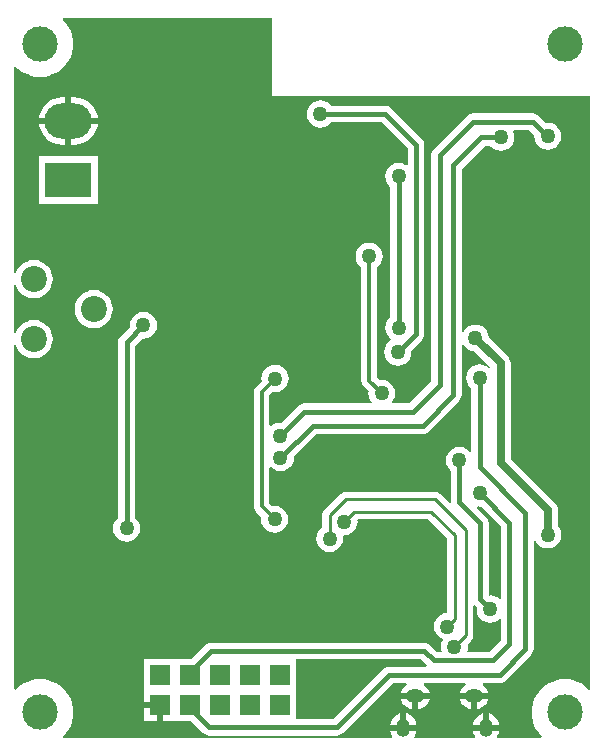
<source format=gbl>
G04 Layer_Physical_Order=2*
G04 Layer_Color=16711680*
%FSLAX44Y44*%
%MOMM*%
G71*
G01*
G75*
%ADD31C,0.4000*%
%ADD32C,0.7000*%
%ADD33C,0.2540*%
%ADD34C,0.3000*%
%ADD35R,1.7000X1.7000*%
%ADD36C,2.2000*%
%ADD37R,4.0000X3.0000*%
%ADD38O,4.0000X3.0000*%
%ADD39C,3.0000*%
%ADD40O,1.2000X1.5000*%
%ADD41O,1.5000X1.2000*%
%ADD42C,1.2700*%
G36*
X224080Y549760D02*
X494007D01*
Y47929D01*
X492737Y47403D01*
X490668Y49472D01*
X490251Y49751D01*
X489896Y50106D01*
X486128Y52623D01*
X485664Y52816D01*
X485247Y53095D01*
X481060Y54829D01*
X480568Y54927D01*
X480104Y55119D01*
X475660Y56003D01*
X475158D01*
X474665Y56101D01*
X470134D01*
X469642Y56003D01*
X469140D01*
X464696Y55119D01*
X464232Y54927D01*
X463740Y54829D01*
X459553Y53095D01*
X459136Y52816D01*
X458672Y52623D01*
X454904Y50106D01*
X454549Y49751D01*
X454132Y49472D01*
X450928Y46268D01*
X450649Y45851D01*
X450294Y45496D01*
X447776Y41728D01*
X447584Y41264D01*
X447305Y40847D01*
X445571Y36660D01*
X445474Y36168D01*
X445281Y35704D01*
X444397Y31260D01*
Y30758D01*
X444299Y30266D01*
Y25734D01*
X444397Y25242D01*
Y24740D01*
X445281Y20296D01*
X445474Y19832D01*
X445571Y19339D01*
X447305Y15153D01*
X447584Y14736D01*
X447776Y14272D01*
X450294Y10504D01*
X450649Y10149D01*
X450928Y9732D01*
X452997Y7663D01*
X452471Y6393D01*
X415516D01*
X414954Y7532D01*
X415331Y8023D01*
X416439Y10698D01*
X416685Y12570D01*
X394759D01*
X395005Y10698D01*
X396114Y8023D01*
X396490Y7532D01*
X395928Y6393D01*
X345412D01*
X344850Y7532D01*
X345227Y8023D01*
X346335Y10698D01*
X346581Y12570D01*
X324655D01*
X324901Y10698D01*
X326009Y8023D01*
X326386Y7532D01*
X325824Y6393D01*
X47929D01*
X47403Y7663D01*
X49472Y9732D01*
X49751Y10149D01*
X50106Y10504D01*
X52623Y14272D01*
X52816Y14736D01*
X53095Y15153D01*
X54829Y19339D01*
X54927Y19832D01*
X55119Y20296D01*
X56003Y24740D01*
Y25242D01*
X56101Y25734D01*
Y30266D01*
X56003Y30758D01*
Y31260D01*
X55119Y35704D01*
X54927Y36168D01*
X54829Y36660D01*
X53095Y40847D01*
X52816Y41264D01*
X52623Y41728D01*
X50106Y45496D01*
X49751Y45851D01*
X49472Y46268D01*
X46268Y49472D01*
X45851Y49751D01*
X45496Y50106D01*
X41728Y52623D01*
X41264Y52816D01*
X40847Y53095D01*
X36660Y54829D01*
X36168Y54927D01*
X35704Y55119D01*
X31260Y56003D01*
X30758D01*
X30266Y56101D01*
X25734D01*
X25242Y56003D01*
X24740D01*
X20296Y55119D01*
X19832Y54927D01*
X19339Y54829D01*
X15153Y53095D01*
X14736Y52816D01*
X14272Y52623D01*
X10504Y50106D01*
X10149Y49751D01*
X9732Y49472D01*
X7663Y47403D01*
X6393Y47929D01*
Y338962D01*
X7663Y339150D01*
X8006Y338017D01*
X9492Y335238D01*
X11492Y332802D01*
X13928Y330802D01*
X16707Y329316D01*
X19724Y328401D01*
X22860Y328093D01*
X25996Y328401D01*
X29013Y329316D01*
X31792Y330802D01*
X34228Y332802D01*
X36228Y335238D01*
X37714Y338017D01*
X38628Y341034D01*
X38937Y344170D01*
X38628Y347307D01*
X37714Y350323D01*
X36228Y353102D01*
X34228Y355538D01*
X31792Y357538D01*
X29013Y359024D01*
X25996Y359939D01*
X22860Y360247D01*
X19724Y359939D01*
X16707Y359024D01*
X13928Y357538D01*
X11492Y355538D01*
X9492Y353102D01*
X8006Y350323D01*
X7663Y349190D01*
X6393Y349378D01*
Y389762D01*
X7663Y389950D01*
X8006Y388817D01*
X9492Y386038D01*
X11492Y383601D01*
X13928Y381602D01*
X16707Y380116D01*
X19724Y379202D01*
X22860Y378893D01*
X25996Y379202D01*
X29013Y380116D01*
X31792Y381602D01*
X34228Y383601D01*
X36228Y386038D01*
X37714Y388817D01*
X38628Y391833D01*
X38937Y394970D01*
X38628Y398106D01*
X37714Y401123D01*
X36228Y403902D01*
X34228Y406339D01*
X31792Y408338D01*
X29013Y409824D01*
X25996Y410738D01*
X22860Y411047D01*
X19724Y410738D01*
X16707Y409824D01*
X13928Y408338D01*
X11492Y406339D01*
X9492Y403902D01*
X8006Y401123D01*
X7663Y399990D01*
X6393Y400178D01*
Y574251D01*
X7663Y574777D01*
X9732Y572708D01*
X10149Y572429D01*
X10504Y572074D01*
X14272Y569557D01*
X14736Y569364D01*
X15153Y569086D01*
X19339Y567351D01*
X19832Y567253D01*
X20296Y567061D01*
X24740Y566177D01*
X25242D01*
X25734Y566079D01*
X30266D01*
X30758Y566177D01*
X31260D01*
X35704Y567061D01*
X36168Y567253D01*
X36660Y567351D01*
X40847Y569086D01*
X41264Y569364D01*
X41728Y569557D01*
X45496Y572074D01*
X45851Y572429D01*
X46268Y572708D01*
X49472Y575912D01*
X49751Y576329D01*
X50106Y576684D01*
X52623Y580452D01*
X52816Y580916D01*
X53095Y581333D01*
X54829Y585519D01*
X54927Y586012D01*
X55119Y586476D01*
X56003Y590920D01*
Y591422D01*
X56101Y591914D01*
Y596446D01*
X56003Y596938D01*
Y597440D01*
X55119Y601884D01*
X54927Y602348D01*
X54829Y602840D01*
X53095Y607027D01*
X52816Y607444D01*
X52623Y607908D01*
X50106Y611676D01*
X49751Y612031D01*
X49472Y612448D01*
X47403Y614517D01*
X47929Y615787D01*
X224080D01*
Y549760D01*
D02*
G37*
%LPC*%
G36*
X57070Y548887D02*
X54570D01*
Y531290D01*
X76920D01*
X76781Y532711D01*
X75637Y536481D01*
X73780Y539955D01*
X71281Y543000D01*
X68235Y545500D01*
X64761Y547357D01*
X60991Y548501D01*
X57070Y548887D01*
D02*
G37*
G36*
X49570D02*
X47070D01*
X43149Y548501D01*
X39379Y547357D01*
X35905Y545500D01*
X32859Y543000D01*
X30360Y539955D01*
X28503Y536481D01*
X27359Y532711D01*
X27220Y531290D01*
X49570D01*
Y548887D01*
D02*
G37*
G36*
X76920Y526290D02*
X54570D01*
Y508693D01*
X57070D01*
X60991Y509079D01*
X64761Y510223D01*
X68235Y512080D01*
X71281Y514579D01*
X73780Y517625D01*
X75637Y521099D01*
X76781Y524869D01*
X76920Y526290D01*
D02*
G37*
G36*
X49570D02*
X27220D01*
X27359Y524869D01*
X28503Y521099D01*
X30360Y517625D01*
X32859Y514579D01*
X35905Y512080D01*
X39379Y510223D01*
X43149Y509079D01*
X47070Y508693D01*
X49570D01*
Y526290D01*
D02*
G37*
G36*
X445170Y535170D02*
X394350D01*
X392523Y534930D01*
X390820Y534225D01*
X389357Y533102D01*
X361598Y505342D01*
X360476Y503880D01*
X359770Y502177D01*
X359530Y500350D01*
Y308575D01*
X340606Y289650D01*
X326741D01*
X326115Y290920D01*
X327354Y292536D01*
X328498Y295297D01*
X328888Y298260D01*
X328498Y301223D01*
X327354Y303984D01*
X325535Y306355D01*
X323164Y308174D01*
X320403Y309318D01*
X317440Y309708D01*
X315517Y309455D01*
X313306Y311666D01*
Y405124D01*
X314845Y406305D01*
X316664Y408676D01*
X317808Y411437D01*
X318198Y414400D01*
X317808Y417363D01*
X316664Y420124D01*
X314845Y422495D01*
X312474Y424314D01*
X309713Y425458D01*
X306750Y425848D01*
X303787Y425458D01*
X301026Y424314D01*
X298655Y422495D01*
X296836Y420124D01*
X295692Y417363D01*
X295302Y414400D01*
X295692Y411437D01*
X296836Y408676D01*
X298655Y406305D01*
X300194Y405124D01*
Y308950D01*
X300417Y307253D01*
X301072Y305672D01*
X302114Y304314D01*
X306245Y300183D01*
X305992Y298260D01*
X306382Y295297D01*
X307526Y292536D01*
X308766Y290920D01*
X308139Y289650D01*
X251700D01*
X249873Y289410D01*
X248170Y288704D01*
X246708Y287582D01*
X232333Y273208D01*
X231040Y273378D01*
X228077Y272988D01*
X225316Y271844D01*
X223466Y270425D01*
X222196Y271051D01*
Y296624D01*
X225107Y299535D01*
X227030Y299282D01*
X229993Y299672D01*
X232754Y300816D01*
X235125Y302635D01*
X236944Y305006D01*
X238088Y307767D01*
X238478Y310730D01*
X238088Y313693D01*
X236944Y316454D01*
X235125Y318825D01*
X232754Y320644D01*
X229993Y321788D01*
X227030Y322178D01*
X224067Y321788D01*
X221306Y320644D01*
X218935Y318825D01*
X217116Y316454D01*
X215972Y313693D01*
X215582Y310730D01*
X215835Y308807D01*
X211004Y303976D01*
X209962Y302618D01*
X209307Y301037D01*
X209084Y299340D01*
Y202590D01*
X209307Y200893D01*
X209962Y199312D01*
X211004Y197954D01*
X215445Y193513D01*
X215192Y191590D01*
X215582Y188627D01*
X216726Y185866D01*
X218545Y183495D01*
X220916Y181676D01*
X223677Y180532D01*
X226640Y180142D01*
X229603Y180532D01*
X232364Y181676D01*
X234735Y183495D01*
X236554Y185866D01*
X237698Y188627D01*
X238088Y191590D01*
X237698Y194553D01*
X236554Y197314D01*
X234735Y199685D01*
X232364Y201504D01*
X229603Y202648D01*
X226640Y203038D01*
X224717Y202785D01*
X222196Y205306D01*
Y235397D01*
X223399Y235805D01*
X223575Y235575D01*
X225946Y233756D01*
X228707Y232612D01*
X231670Y232222D01*
X234633Y232612D01*
X237394Y233756D01*
X239765Y235575D01*
X241584Y237946D01*
X242728Y240707D01*
X243118Y243670D01*
X242948Y244963D01*
X261814Y263830D01*
X352094D01*
X353921Y264070D01*
X355624Y264776D01*
X357086Y265898D01*
X382944Y291756D01*
X384066Y293218D01*
X384772Y294921D01*
X385012Y296748D01*
Y340004D01*
X386282Y340256D01*
X386676Y339306D01*
X388495Y336935D01*
X390866Y335116D01*
X393627Y333972D01*
X395811Y333685D01*
X408700Y320796D01*
X407860Y319839D01*
X405964Y321294D01*
X403203Y322438D01*
X400240Y322828D01*
X397277Y322438D01*
X394516Y321294D01*
X392145Y319475D01*
X390326Y317104D01*
X389182Y314343D01*
X388792Y311380D01*
X389182Y308417D01*
X390326Y305656D01*
X392145Y303285D01*
X393180Y302491D01*
Y249107D01*
X391910Y248676D01*
X391235Y249555D01*
X388864Y251374D01*
X386103Y252518D01*
X383140Y252908D01*
X380177Y252518D01*
X377416Y251374D01*
X375045Y249555D01*
X373226Y247184D01*
X372082Y244423D01*
X371692Y241460D01*
X372082Y238497D01*
X373226Y235736D01*
X375045Y233365D01*
X376080Y232571D01*
Y206270D01*
X376136Y205841D01*
X374933Y205248D01*
X366980Y213200D01*
X364906Y214586D01*
X362460Y215073D01*
X287070D01*
X284624Y214586D01*
X282550Y213200D01*
X268810Y199460D01*
X267424Y197386D01*
X266937Y194940D01*
Y184581D01*
X265235Y183275D01*
X263416Y180904D01*
X262272Y178143D01*
X261882Y175180D01*
X262272Y172217D01*
X263416Y169456D01*
X265235Y167085D01*
X267606Y165266D01*
X270367Y164122D01*
X273330Y163732D01*
X276293Y164122D01*
X279054Y165266D01*
X281425Y167085D01*
X283244Y169456D01*
X284388Y172217D01*
X284778Y175180D01*
X284534Y177035D01*
X285515Y178187D01*
X288478Y178577D01*
X291239Y179721D01*
X293610Y181540D01*
X295429Y183911D01*
X296573Y186672D01*
X296963Y189635D01*
X296817Y190742D01*
X297654Y191697D01*
X356732D01*
X372987Y175442D01*
Y112248D01*
X372930Y112198D01*
X369967Y111808D01*
X367206Y110664D01*
X364835Y108845D01*
X363016Y106474D01*
X361872Y103713D01*
X361482Y100750D01*
X361872Y97787D01*
X363016Y95026D01*
X364835Y92655D01*
X367206Y90836D01*
X368923Y90125D01*
X369076Y89554D01*
X367932Y86793D01*
X367542Y83830D01*
X367932Y80867D01*
X368168Y80296D01*
X367463Y79240D01*
X364314D01*
X358392Y85162D01*
X356930Y86285D01*
X355227Y86990D01*
X353400Y87230D01*
X172900D01*
X171073Y86990D01*
X169370Y86285D01*
X167908Y85162D01*
X155935Y73190D01*
X116040D01*
Y46190D01*
Y36790D01*
X129540D01*
Y34290D01*
X132040D01*
Y20790D01*
X155785D01*
X166008Y10568D01*
X167470Y9445D01*
X169173Y8740D01*
X171000Y8500D01*
X279560D01*
X281387Y8740D01*
X283090Y9445D01*
X284552Y10568D01*
X326764Y52780D01*
X338254D01*
X338603Y51916D01*
X338610Y51510D01*
X336433Y49839D01*
X334669Y47541D01*
X333561Y44866D01*
X333512Y44494D01*
X345778D01*
X358044D01*
X357995Y44866D01*
X356886Y47541D01*
X355123Y49839D01*
X352947Y51510D01*
X352953Y51916D01*
X353302Y52780D01*
X388038D01*
X388387Y51916D01*
X388394Y51510D01*
X386217Y49839D01*
X384454Y47541D01*
X383345Y44866D01*
X383296Y44494D01*
X395562D01*
X407828D01*
X407779Y44866D01*
X406670Y47541D01*
X404907Y49839D01*
X402730Y51510D01*
X402737Y51916D01*
X403086Y52780D01*
X417110D01*
X418937Y53020D01*
X420640Y53726D01*
X422103Y54848D01*
X443912Y76658D01*
X445034Y78120D01*
X445740Y79823D01*
X445980Y81650D01*
Y174535D01*
X447250Y174788D01*
X448146Y172626D01*
X449965Y170255D01*
X452336Y168436D01*
X455097Y167292D01*
X458060Y166902D01*
X461023Y167292D01*
X463784Y168436D01*
X466155Y170255D01*
X467974Y172626D01*
X469118Y175387D01*
X469508Y178350D01*
X469118Y181313D01*
X467974Y184074D01*
X466633Y185821D01*
Y199160D01*
X466341Y201379D01*
X465485Y203447D01*
X464122Y205222D01*
X426623Y242721D01*
Y323570D01*
X426331Y325789D01*
X425475Y327857D01*
X424112Y329632D01*
X407935Y345809D01*
X407648Y347993D01*
X406504Y350754D01*
X404685Y353125D01*
X402314Y354944D01*
X399553Y356088D01*
X396590Y356478D01*
X393627Y356088D01*
X390866Y354944D01*
X388495Y353125D01*
X386676Y350754D01*
X386282Y349804D01*
X385012Y350056D01*
Y488434D01*
X404508Y507930D01*
X409371D01*
X410165Y506895D01*
X412536Y505076D01*
X415297Y503932D01*
X418260Y503542D01*
X421223Y503932D01*
X423984Y505076D01*
X426355Y506895D01*
X428174Y509266D01*
X429318Y512027D01*
X429708Y514990D01*
X429318Y517953D01*
X428561Y519780D01*
X429410Y521050D01*
X442245D01*
X446610Y516685D01*
X446522Y516020D01*
X446912Y513057D01*
X448056Y510296D01*
X449875Y507925D01*
X452246Y506106D01*
X455007Y504962D01*
X457970Y504572D01*
X460933Y504962D01*
X463694Y506106D01*
X466065Y507925D01*
X467884Y510296D01*
X469028Y513057D01*
X469418Y516020D01*
X469028Y518983D01*
X467884Y521744D01*
X466065Y524115D01*
X463694Y525934D01*
X460933Y527078D01*
X457970Y527468D01*
X456050Y527215D01*
X450162Y533102D01*
X448700Y534225D01*
X446997Y534930D01*
X445170Y535170D01*
D02*
G37*
G36*
X265500Y546158D02*
X262537Y545768D01*
X259776Y544624D01*
X257405Y542805D01*
X255586Y540434D01*
X254442Y537673D01*
X254052Y534710D01*
X254442Y531747D01*
X255586Y528986D01*
X257405Y526615D01*
X259776Y524796D01*
X262537Y523652D01*
X265500Y523262D01*
X268463Y523652D01*
X271224Y524796D01*
X273595Y526615D01*
X274389Y527650D01*
X317535D01*
X339300Y505886D01*
Y491863D01*
X338161Y491301D01*
X337414Y491874D01*
X334653Y493018D01*
X331690Y493408D01*
X328727Y493018D01*
X325966Y491874D01*
X323595Y490055D01*
X321776Y487684D01*
X320632Y484923D01*
X320242Y481960D01*
X320632Y478997D01*
X321776Y476236D01*
X323595Y473865D01*
X324630Y473071D01*
Y362484D01*
X323920Y361940D01*
X322101Y359569D01*
X320957Y356808D01*
X320567Y353845D01*
X320957Y350882D01*
X322101Y348121D01*
X323920Y345750D01*
X325504Y344534D01*
X325346Y343094D01*
X322975Y341275D01*
X321156Y338904D01*
X320012Y336143D01*
X319622Y333180D01*
X320012Y330217D01*
X321156Y327456D01*
X322975Y325085D01*
X325346Y323266D01*
X328107Y322122D01*
X331070Y321732D01*
X334033Y322122D01*
X336794Y323266D01*
X339165Y325085D01*
X340984Y327456D01*
X342128Y330217D01*
X342518Y333180D01*
X342348Y334473D01*
X351352Y343478D01*
X352475Y344940D01*
X353180Y346643D01*
X353420Y348470D01*
Y508810D01*
X353180Y510637D01*
X352475Y512340D01*
X351352Y513802D01*
X325452Y539702D01*
X323990Y540825D01*
X322287Y541530D01*
X320460Y541770D01*
X274389D01*
X273595Y542805D01*
X271224Y544624D01*
X268463Y545768D01*
X265500Y546158D01*
D02*
G37*
G36*
X77070Y498790D02*
X27070D01*
Y458790D01*
X77070D01*
Y498790D01*
D02*
G37*
G36*
X73660Y385647D02*
X70524Y385339D01*
X67507Y384424D01*
X64728Y382938D01*
X62291Y380938D01*
X60292Y378502D01*
X58806Y375723D01*
X57892Y372706D01*
X57583Y369570D01*
X57892Y366433D01*
X58806Y363417D01*
X60292Y360638D01*
X62291Y358201D01*
X64728Y356202D01*
X67507Y354716D01*
X70524Y353801D01*
X73660Y353493D01*
X76796Y353801D01*
X79813Y354716D01*
X82592Y356202D01*
X85028Y358201D01*
X87028Y360638D01*
X88514Y363417D01*
X89429Y366433D01*
X89737Y369570D01*
X89429Y372706D01*
X88514Y375723D01*
X87028Y378502D01*
X85028Y380938D01*
X82592Y382938D01*
X79813Y384424D01*
X76796Y385339D01*
X73660Y385647D01*
D02*
G37*
G36*
X115690Y367188D02*
X112727Y366798D01*
X109966Y365654D01*
X107595Y363835D01*
X105776Y361464D01*
X104632Y358703D01*
X104242Y355740D01*
X104412Y354447D01*
X96348Y346382D01*
X95225Y344920D01*
X94520Y343217D01*
X94280Y341390D01*
Y192889D01*
X93245Y192095D01*
X91426Y189724D01*
X90282Y186963D01*
X89892Y184000D01*
X90282Y181037D01*
X91426Y178276D01*
X93245Y175905D01*
X95616Y174086D01*
X98377Y172942D01*
X101340Y172552D01*
X104303Y172942D01*
X107064Y174086D01*
X109435Y175905D01*
X111254Y178276D01*
X112398Y181037D01*
X112788Y184000D01*
X112398Y186963D01*
X111254Y189724D01*
X109435Y192095D01*
X108400Y192889D01*
Y338465D01*
X114397Y344462D01*
X115690Y344292D01*
X118653Y344682D01*
X121414Y345826D01*
X123785Y347645D01*
X125604Y350016D01*
X126748Y352777D01*
X127138Y355740D01*
X126748Y358703D01*
X125604Y361464D01*
X123785Y363835D01*
X121414Y365654D01*
X118653Y366798D01*
X115690Y367188D01*
D02*
G37*
G36*
X407828Y39494D02*
X398062D01*
Y31031D01*
X399934Y31277D01*
X402609Y32385D01*
X404907Y34149D01*
X406670Y36447D01*
X407779Y39122D01*
X407828Y39494D01*
D02*
G37*
G36*
X358044D02*
X348278D01*
Y31031D01*
X350150Y31277D01*
X352826Y32385D01*
X355123Y34149D01*
X356886Y36447D01*
X357995Y39122D01*
X358044Y39494D01*
D02*
G37*
G36*
X393062D02*
X383296D01*
X383345Y39122D01*
X384454Y36447D01*
X386217Y34149D01*
X388515Y32385D01*
X391190Y31277D01*
X393062Y31031D01*
Y39494D01*
D02*
G37*
G36*
X343278D02*
X333512D01*
X333561Y39122D01*
X334669Y36447D01*
X336433Y34149D01*
X338731Y32385D01*
X341406Y31277D01*
X343278Y31031D01*
Y39494D01*
D02*
G37*
G36*
X127040Y31790D02*
X116040D01*
Y20790D01*
X127040D01*
Y31790D01*
D02*
G37*
G36*
X408222Y27336D02*
Y17570D01*
X416685D01*
X416439Y19442D01*
X415331Y22118D01*
X413567Y24415D01*
X411269Y26179D01*
X408594Y27287D01*
X408222Y27336D01*
D02*
G37*
G36*
X403222D02*
X402850Y27287D01*
X400175Y26179D01*
X397877Y24415D01*
X396114Y22118D01*
X395005Y19442D01*
X394759Y17570D01*
X403222D01*
Y27336D01*
D02*
G37*
G36*
X338118D02*
Y17570D01*
X346581D01*
X346335Y19442D01*
X345227Y22118D01*
X343463Y24415D01*
X341165Y26179D01*
X338490Y27287D01*
X338118Y27336D01*
D02*
G37*
G36*
X333118D02*
X332746Y27287D01*
X330071Y26179D01*
X327773Y24415D01*
X326009Y22118D01*
X324901Y19442D01*
X324655Y17570D01*
X333118D01*
Y27336D01*
D02*
G37*
%LPD*%
G36*
X400370Y202242D02*
X401663Y202412D01*
X418430Y185646D01*
Y124090D01*
X417970Y123934D01*
X417160Y123776D01*
X414894Y125514D01*
X412133Y126658D01*
X409170Y127048D01*
X408965Y127021D01*
X408010Y127858D01*
Y188460D01*
X407770Y190287D01*
X407065Y191990D01*
X405942Y193452D01*
X398140Y201255D01*
X398733Y202458D01*
X400370Y202242D01*
D02*
G37*
G36*
X397892Y116893D02*
X397722Y115600D01*
X398112Y112637D01*
X399256Y109876D01*
X401075Y107505D01*
X403446Y105686D01*
X406207Y104542D01*
X409170Y104152D01*
X412133Y104542D01*
X414894Y105686D01*
X417160Y107424D01*
X417970Y107266D01*
X418430Y107110D01*
Y89104D01*
X408565Y79240D01*
X390517D01*
X389812Y80296D01*
X390048Y80867D01*
X390438Y83830D01*
X390158Y85957D01*
X393000Y88800D01*
X394386Y90874D01*
X394873Y93320D01*
Y118380D01*
X396143Y118642D01*
X397892Y116893D01*
D02*
G37*
G36*
X355415Y68170D02*
X354889Y66900D01*
X323840D01*
X322013Y66660D01*
X320310Y65954D01*
X318848Y64833D01*
X276635Y22620D01*
X244640D01*
Y46190D01*
Y73110D01*
X350476D01*
X355415Y68170D01*
D02*
G37*
D31*
X154940Y59690D02*
Y62210D01*
X172900Y80170D01*
X258890Y270890D02*
X352094D01*
X377952Y296748D01*
Y491358D01*
X401584Y514990D01*
X418260D01*
X394350Y528110D02*
X445170D01*
X343530Y282590D02*
X366590Y305650D01*
Y500350D01*
X394350Y528110D01*
X251700Y282590D02*
X343530D01*
X231040Y261930D02*
X251700Y282590D01*
X445170Y528110D02*
X457260Y516020D01*
X457970D01*
X400950Y123820D02*
X409170Y115600D01*
X400950Y123820D02*
Y188460D01*
X383140Y206270D02*
X400950Y188460D01*
X383140Y206270D02*
Y241460D01*
X400370Y213690D02*
X425490Y188570D01*
X400240Y235860D02*
Y311380D01*
Y235860D02*
X438920Y197180D01*
X265500Y534710D02*
X320460D01*
X331360Y354500D02*
X332015Y353845D01*
X331360Y354500D02*
X331690Y354830D01*
Y481960D01*
X320460Y534710D02*
X346360Y508810D01*
X331070Y333180D02*
X346360Y348470D01*
Y508810D01*
X101340Y184000D02*
Y341390D01*
X115690Y355740D01*
X154940Y31620D02*
X171000Y15560D01*
X411490Y72180D02*
X425490Y86180D01*
Y188570D01*
X438920Y81650D02*
Y197180D01*
X417110Y59840D02*
X438920Y81650D01*
X171000Y15560D02*
X279560D01*
X323840Y59840D01*
X417110D01*
X231670Y243670D02*
X258890Y270890D01*
X172900Y80170D02*
X353400D01*
X361390Y72180D01*
X411490D01*
D32*
X396590Y345030D02*
X418050Y323570D01*
Y239170D02*
Y323570D01*
Y239170D02*
X458060Y199160D01*
Y178350D02*
Y199160D01*
D33*
X285515Y189635D02*
X293970Y198090D01*
X378990Y83830D02*
X388480Y93320D01*
Y182660D01*
X362460Y208680D02*
X388480Y182660D01*
X273330Y175180D02*
Y194940D01*
X287070Y208680D01*
X362460D01*
X372930Y100750D02*
X379380Y107200D01*
X293970Y198090D02*
X359380D01*
X379380Y178090D01*
Y107200D02*
Y178090D01*
X154940Y31620D02*
Y34290D01*
D34*
X306750Y308950D02*
Y414400D01*
Y308950D02*
X317440Y298260D01*
X215640Y202590D02*
X226640Y191590D01*
X215640Y202590D02*
Y299340D01*
X227030Y310730D01*
D35*
X154940Y59690D02*
D03*
Y34290D02*
D03*
X205740D02*
D03*
Y59690D02*
D03*
X180340Y34290D02*
D03*
Y59690D02*
D03*
X231140D02*
D03*
Y34290D02*
D03*
X129540D02*
D03*
Y59690D02*
D03*
D36*
X22860Y394970D02*
D03*
Y344170D02*
D03*
X73660Y369570D02*
D03*
D37*
X52070Y478790D02*
D03*
D38*
Y528790D02*
D03*
D39*
X28000Y594180D02*
D03*
X472400D02*
D03*
X28000Y28000D02*
D03*
X472400D02*
D03*
D40*
X335618Y15070D02*
D03*
X405722D02*
D03*
D41*
X345778Y41994D02*
D03*
X395562D02*
D03*
D42*
X120380Y124040D02*
D03*
X97210D02*
D03*
X74040D02*
D03*
X50870D02*
D03*
X372930Y100750D02*
D03*
X378990Y83830D02*
D03*
X285515Y189635D02*
D03*
X273330Y175180D02*
D03*
X231040Y261930D02*
D03*
X231670Y243670D02*
D03*
X400370Y213690D02*
D03*
X400240Y311380D02*
D03*
X418260Y514990D02*
D03*
X457970Y516020D02*
D03*
X383140Y241460D02*
D03*
X409170Y115600D02*
D03*
X458060Y178350D02*
D03*
X396590Y345030D02*
D03*
X265500Y534710D02*
D03*
X332015Y353845D02*
D03*
X331690Y481960D02*
D03*
X331070Y333180D02*
D03*
X101340Y184000D02*
D03*
X115690Y355740D02*
D03*
X317440Y298260D02*
D03*
X306750Y414400D02*
D03*
X227030Y310730D02*
D03*
X226640Y191590D02*
D03*
X180030Y372010D02*
D03*
X198425D02*
D03*
X216820D02*
D03*
X78110Y288600D02*
D03*
Y267000D02*
D03*
X477130Y285670D02*
D03*
Y257260D02*
D03*
Y228850D02*
D03*
X417770Y395150D02*
D03*
X187110Y141910D02*
D03*
X206480D02*
D03*
X247120Y142230D02*
D03*
X227750D02*
D03*
X268180D02*
D03*
X256340Y308190D02*
D03*
X280540D02*
D03*
X459410Y380860D02*
D03*
X230970Y215490D02*
D03*
X248710D02*
D03*
X280670Y247410D02*
D03*
M02*

</source>
